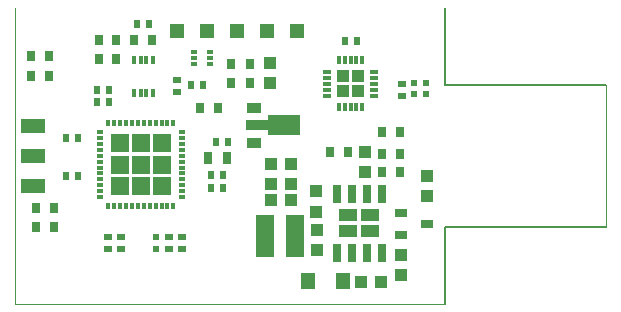
<source format=gtp>
G04 (created by PCBNEW (2013-mar-13)-testing) date Tue 23 Jul 2013 10:14:20 PM ICT*
%MOIN*%
G04 Gerber Fmt 3.4, Leading zero omitted, Abs format*
%FSLAX34Y34*%
G01*
G70*
G90*
G04 APERTURE LIST*
%ADD10C,0.00393701*%
%ADD11C,0.00590551*%
%ADD12R,0.0314961X0.0590551*%
%ADD13R,0.0590551X0.0393701*%
%ADD14R,0.0255906X0.0334646*%
%ADD15R,0.0433X0.0393*%
%ADD16R,0.0393X0.0433*%
%ADD17R,0.0590551X0.141732*%
%ADD18R,0.0394X0.0315*%
%ADD19R,0.0118X0.0196*%
%ADD20R,0.0196X0.0118*%
%ADD21R,0.0590551X0.0590551*%
%ADD22R,0.0314961X0.0393701*%
%ADD23R,0.019685X0.019685*%
%ADD24R,0.05X0.05*%
%ADD25R,0.0217X0.0118*%
%ADD26R,0.0314961X0.011811*%
%ADD27R,0.011811X0.0314961*%
%ADD28R,0.011811X0.0315*%
%ADD29R,0.0393701X0.0393701*%
%ADD30R,0.023622X0.019685*%
%ADD31R,0.0511811X0.0354331*%
%ADD32R,0.0748031X0.0354331*%
%ADD33R,0.106299X0.0669291*%
%ADD34R,0.015748X0.0295276*%
%ADD35R,0.011811X0.0295276*%
%ADD36R,0.0787402X0.05*%
%ADD37R,0.0275591X0.019685*%
%ADD38R,0.019685X0.0275591*%
%ADD39R,0.0275591X0.0354331*%
%ADD40R,0.0511811X0.0551181*%
G04 APERTURE END LIST*
G54D10*
X39370Y-39370D02*
X39370Y-29527D01*
G54D11*
X53681Y-32066D02*
X53681Y-29527D01*
X59055Y-32066D02*
X53681Y-32066D01*
X53681Y-36830D02*
X53681Y-39370D01*
X59055Y-36830D02*
X53681Y-36830D01*
G54D10*
X59055Y-32066D02*
X59055Y-36830D01*
X53681Y-39370D02*
X39370Y-39370D01*
G54D12*
X50076Y-35708D03*
X50076Y-37677D03*
X50576Y-35708D03*
X51076Y-35708D03*
X51576Y-35708D03*
X50576Y-37677D03*
X51076Y-37677D03*
X51576Y-37677D03*
G54D13*
X51190Y-36417D03*
X50462Y-36417D03*
X50462Y-36958D03*
X51190Y-36958D03*
G54D14*
X46555Y-32007D03*
X47204Y-32007D03*
X46555Y-31397D03*
X47204Y-31397D03*
G54D15*
X50896Y-38661D03*
X51564Y-38661D03*
G54D16*
X49389Y-35630D03*
X49389Y-36298D03*
X49409Y-36910D03*
X49409Y-37578D03*
X51023Y-34979D03*
X51023Y-34311D03*
G54D15*
X48542Y-35905D03*
X47874Y-35905D03*
X48542Y-35374D03*
X47874Y-35374D03*
G54D17*
X48681Y-37125D03*
X47696Y-37125D03*
G54D16*
X53090Y-35786D03*
X53090Y-35118D03*
X52224Y-37756D03*
X52224Y-38424D03*
G54D18*
X53090Y-36712D03*
X52224Y-37087D03*
X52224Y-36337D03*
G54D15*
X47874Y-34724D03*
X48542Y-34724D03*
G54D19*
X44635Y-36111D03*
X44438Y-36111D03*
X44241Y-36111D03*
X44045Y-36111D03*
X43848Y-36111D03*
X43651Y-36111D03*
X43455Y-36111D03*
X43258Y-36111D03*
X43061Y-36111D03*
X42865Y-36111D03*
X42668Y-36111D03*
X42471Y-36111D03*
G54D20*
X42176Y-35816D03*
X42176Y-35619D03*
X42176Y-35422D03*
X42176Y-35226D03*
X42176Y-35029D03*
X42176Y-34832D03*
X42176Y-34636D03*
X42176Y-34439D03*
X42176Y-34242D03*
X42176Y-34046D03*
X42176Y-33849D03*
X42176Y-33652D03*
G54D19*
X42471Y-33357D03*
X42668Y-33357D03*
X42865Y-33357D03*
X43061Y-33357D03*
X43258Y-33357D03*
X43455Y-33357D03*
X43651Y-33357D03*
X43848Y-33357D03*
X44045Y-33357D03*
X44241Y-33357D03*
X44438Y-33357D03*
X44635Y-33357D03*
G54D20*
X44930Y-33652D03*
X44930Y-33849D03*
X44930Y-34046D03*
X44930Y-34242D03*
X44930Y-34439D03*
X44930Y-34636D03*
X44930Y-34832D03*
X44930Y-35029D03*
X44930Y-35226D03*
X44930Y-35422D03*
X44930Y-35619D03*
X44930Y-35816D03*
G54D21*
X44261Y-34025D03*
X44261Y-34734D03*
X44261Y-35442D03*
X43553Y-34025D03*
X43553Y-34734D03*
X43553Y-35442D03*
X42844Y-34025D03*
X42844Y-34734D03*
X42844Y-35442D03*
G54D16*
X47844Y-31358D03*
X47844Y-32026D03*
G54D22*
X45787Y-34527D03*
X46417Y-34527D03*
G54D23*
X52657Y-32027D03*
X52657Y-32381D03*
X53070Y-32027D03*
X53070Y-32381D03*
G54D24*
X47753Y-30275D03*
X46753Y-30275D03*
X45753Y-30275D03*
X48753Y-30275D03*
X44753Y-30275D03*
G54D25*
X45873Y-30984D03*
X45873Y-31181D03*
X45873Y-31378D03*
X45307Y-31378D03*
X45307Y-31181D03*
X45307Y-30984D03*
G54D26*
X49767Y-31643D03*
X49767Y-31840D03*
X49767Y-32037D03*
X49767Y-32234D03*
X49767Y-32431D03*
G54D27*
X50147Y-32811D03*
X50344Y-32811D03*
X50541Y-32811D03*
X50738Y-32811D03*
X50935Y-32811D03*
G54D26*
X51314Y-32431D03*
X51314Y-32234D03*
X51314Y-32037D03*
X51314Y-31840D03*
X51314Y-31643D03*
G54D28*
X50935Y-31263D03*
X50738Y-31263D03*
X50541Y-31263D03*
X50344Y-31263D03*
X50147Y-31263D03*
G54D29*
X50295Y-31791D03*
X50787Y-31791D03*
X50787Y-32283D03*
X50295Y-32283D03*
G54D30*
X44064Y-37549D03*
X44064Y-37155D03*
G54D31*
X47322Y-32834D03*
G54D32*
X47420Y-33425D03*
G54D31*
X47322Y-34016D03*
G54D33*
X48307Y-33425D03*
G54D34*
X43956Y-32332D03*
X43326Y-32332D03*
G54D35*
X43543Y-32332D03*
X43740Y-32332D03*
X43740Y-31250D03*
X43543Y-31250D03*
G54D34*
X43326Y-31250D03*
X43956Y-31250D03*
G54D36*
X39960Y-34448D03*
X39960Y-33444D03*
X39960Y-35452D03*
G54D37*
X52244Y-32431D03*
X52244Y-32037D03*
G54D38*
X50748Y-30629D03*
X50354Y-30629D03*
X45629Y-32086D03*
X45236Y-32086D03*
X43435Y-30049D03*
X43828Y-30049D03*
X45905Y-35078D03*
X46299Y-35078D03*
X41456Y-33838D03*
X41062Y-33838D03*
G54D37*
X42893Y-37145D03*
X42893Y-37539D03*
X44744Y-32303D03*
X44744Y-31909D03*
G54D38*
X42480Y-32244D03*
X42086Y-32244D03*
X46062Y-33976D03*
X46456Y-33976D03*
X41456Y-35098D03*
X41062Y-35098D03*
X45905Y-35511D03*
X46299Y-35511D03*
G54D37*
X44921Y-37155D03*
X44921Y-37549D03*
X44488Y-37155D03*
X44488Y-37549D03*
G54D38*
X42480Y-32637D03*
X42086Y-32637D03*
G54D37*
X42460Y-37145D03*
X42460Y-37539D03*
G54D39*
X40059Y-36181D03*
X40649Y-36181D03*
X40059Y-36830D03*
X40649Y-36830D03*
X45531Y-32834D03*
X46122Y-32834D03*
X51594Y-33661D03*
X52185Y-33661D03*
X43907Y-30570D03*
X43316Y-30570D03*
X42145Y-30570D03*
X42736Y-30570D03*
X42145Y-31200D03*
X42736Y-31200D03*
X40492Y-31771D03*
X39901Y-31771D03*
X49862Y-34311D03*
X50452Y-34311D03*
X52185Y-34389D03*
X51594Y-34389D03*
X52185Y-34980D03*
X51594Y-34980D03*
G54D40*
X49133Y-38612D03*
X50275Y-38612D03*
G54D39*
X39901Y-31102D03*
X40492Y-31102D03*
M02*

</source>
